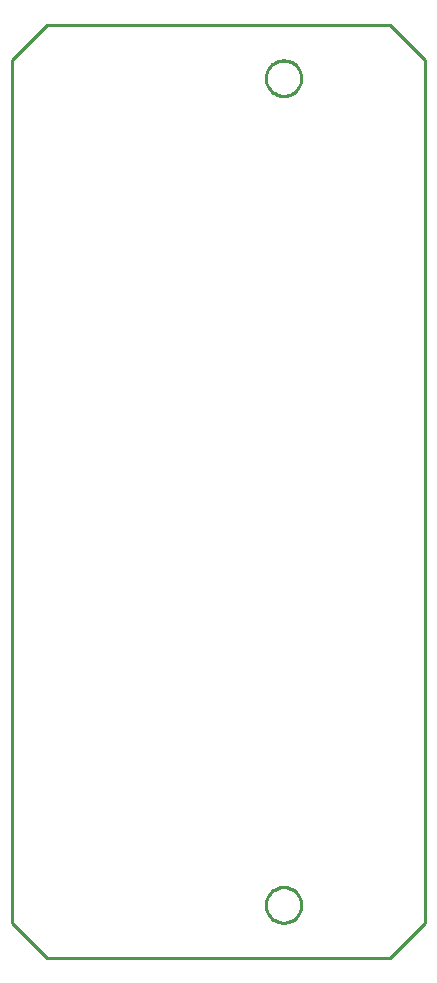
<source format=gbr>
G04 EAGLE Gerber RS-274X export*
G75*
%MOMM*%
%FSLAX34Y34*%
%LPD*%
%IN*%
%IPPOS*%
%AMOC8*
5,1,8,0,0,1.08239X$1,22.5*%
G01*
G04 Define Apertures*
%ADD10C,0.254000*%
D10*
X1012900Y-756100D02*
X1042900Y-786100D01*
X1332900Y-786100D01*
X1362900Y-756100D01*
X1362900Y-26100D01*
X1332900Y3900D01*
X1042900Y3900D01*
X1012900Y-26100D01*
X1012900Y-756100D01*
X1257900Y-41636D02*
X1257900Y-40564D01*
X1257824Y-39496D01*
X1257671Y-38435D01*
X1257443Y-37388D01*
X1257141Y-36360D01*
X1256767Y-35356D01*
X1256322Y-34381D01*
X1255808Y-33441D01*
X1255229Y-32540D01*
X1254587Y-31682D01*
X1253885Y-30872D01*
X1253128Y-30115D01*
X1252318Y-29413D01*
X1251460Y-28771D01*
X1250559Y-28192D01*
X1249619Y-27678D01*
X1248644Y-27233D01*
X1247640Y-26859D01*
X1246612Y-26557D01*
X1245565Y-26329D01*
X1244504Y-26176D01*
X1243436Y-26100D01*
X1242364Y-26100D01*
X1241296Y-26176D01*
X1240235Y-26329D01*
X1239188Y-26557D01*
X1238160Y-26859D01*
X1237156Y-27233D01*
X1236181Y-27678D01*
X1235241Y-28192D01*
X1234340Y-28771D01*
X1233482Y-29413D01*
X1232672Y-30115D01*
X1231915Y-30872D01*
X1231213Y-31682D01*
X1230571Y-32540D01*
X1229992Y-33441D01*
X1229478Y-34381D01*
X1229033Y-35356D01*
X1228659Y-36360D01*
X1228357Y-37388D01*
X1228129Y-38435D01*
X1227976Y-39496D01*
X1227900Y-40564D01*
X1227900Y-41636D01*
X1227976Y-42704D01*
X1228129Y-43765D01*
X1228357Y-44812D01*
X1228659Y-45840D01*
X1229033Y-46844D01*
X1229478Y-47819D01*
X1229992Y-48759D01*
X1230571Y-49660D01*
X1231213Y-50518D01*
X1231915Y-51328D01*
X1232672Y-52085D01*
X1233482Y-52787D01*
X1234340Y-53429D01*
X1235241Y-54008D01*
X1236181Y-54522D01*
X1237156Y-54967D01*
X1238160Y-55341D01*
X1239188Y-55643D01*
X1240235Y-55871D01*
X1241296Y-56024D01*
X1242364Y-56100D01*
X1243436Y-56100D01*
X1244504Y-56024D01*
X1245565Y-55871D01*
X1246612Y-55643D01*
X1247640Y-55341D01*
X1248644Y-54967D01*
X1249619Y-54522D01*
X1250559Y-54008D01*
X1251460Y-53429D01*
X1252318Y-52787D01*
X1253128Y-52085D01*
X1253885Y-51328D01*
X1254587Y-50518D01*
X1255229Y-49660D01*
X1255808Y-48759D01*
X1256322Y-47819D01*
X1256767Y-46844D01*
X1257141Y-45840D01*
X1257443Y-44812D01*
X1257671Y-43765D01*
X1257824Y-42704D01*
X1257900Y-41636D01*
X1257900Y-741636D02*
X1257900Y-740564D01*
X1257824Y-739496D01*
X1257671Y-738435D01*
X1257443Y-737388D01*
X1257141Y-736360D01*
X1256767Y-735356D01*
X1256322Y-734381D01*
X1255808Y-733441D01*
X1255229Y-732540D01*
X1254587Y-731682D01*
X1253885Y-730872D01*
X1253128Y-730115D01*
X1252318Y-729413D01*
X1251460Y-728771D01*
X1250559Y-728192D01*
X1249619Y-727678D01*
X1248644Y-727233D01*
X1247640Y-726859D01*
X1246612Y-726557D01*
X1245565Y-726329D01*
X1244504Y-726176D01*
X1243436Y-726100D01*
X1242364Y-726100D01*
X1241296Y-726176D01*
X1240235Y-726329D01*
X1239188Y-726557D01*
X1238160Y-726859D01*
X1237156Y-727233D01*
X1236181Y-727678D01*
X1235241Y-728192D01*
X1234340Y-728771D01*
X1233482Y-729413D01*
X1232672Y-730115D01*
X1231915Y-730872D01*
X1231213Y-731682D01*
X1230571Y-732540D01*
X1229992Y-733441D01*
X1229478Y-734381D01*
X1229033Y-735356D01*
X1228659Y-736360D01*
X1228357Y-737388D01*
X1228129Y-738435D01*
X1227976Y-739496D01*
X1227900Y-740564D01*
X1227900Y-741636D01*
X1227976Y-742704D01*
X1228129Y-743765D01*
X1228357Y-744812D01*
X1228659Y-745840D01*
X1229033Y-746844D01*
X1229478Y-747819D01*
X1229992Y-748759D01*
X1230571Y-749660D01*
X1231213Y-750518D01*
X1231915Y-751328D01*
X1232672Y-752085D01*
X1233482Y-752787D01*
X1234340Y-753429D01*
X1235241Y-754008D01*
X1236181Y-754522D01*
X1237156Y-754967D01*
X1238160Y-755341D01*
X1239188Y-755643D01*
X1240235Y-755871D01*
X1241296Y-756024D01*
X1242364Y-756100D01*
X1243436Y-756100D01*
X1244504Y-756024D01*
X1245565Y-755871D01*
X1246612Y-755643D01*
X1247640Y-755341D01*
X1248644Y-754967D01*
X1249619Y-754522D01*
X1250559Y-754008D01*
X1251460Y-753429D01*
X1252318Y-752787D01*
X1253128Y-752085D01*
X1253885Y-751328D01*
X1254587Y-750518D01*
X1255229Y-749660D01*
X1255808Y-748759D01*
X1256322Y-747819D01*
X1256767Y-746844D01*
X1257141Y-745840D01*
X1257443Y-744812D01*
X1257671Y-743765D01*
X1257824Y-742704D01*
X1257900Y-741636D01*
M02*

</source>
